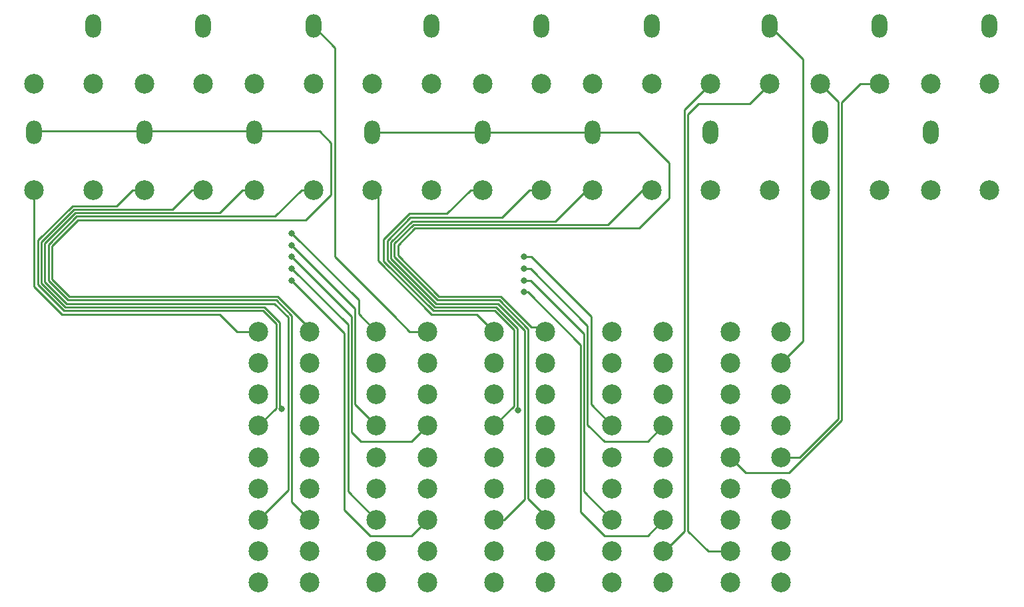
<source format=gbr>
%TF.GenerationSoftware,KiCad,Pcbnew,(6.0.7-1)-1*%
%TF.CreationDate,2023-02-08T12:42:39-08:00*%
%TF.ProjectId,RCASwitcher,52434153-7769-4746-9368-65722e6b6963,rev?*%
%TF.SameCoordinates,Original*%
%TF.FileFunction,Copper,L2,Bot*%
%TF.FilePolarity,Positive*%
%FSLAX46Y46*%
G04 Gerber Fmt 4.6, Leading zero omitted, Abs format (unit mm)*
G04 Created by KiCad (PCBNEW (6.0.7-1)-1) date 2023-02-08 12:42:39*
%MOMM*%
%LPD*%
G01*
G04 APERTURE LIST*
%TA.AperFunction,ComponentPad*%
%ADD10C,2.500000*%
%TD*%
%TA.AperFunction,ComponentPad*%
%ADD11O,2.000000X3.000000*%
%TD*%
%TA.AperFunction,ViaPad*%
%ADD12C,0.800000*%
%TD*%
%TA.AperFunction,Conductor*%
%ADD13C,0.250000*%
%TD*%
G04 APERTURE END LIST*
D10*
%TO.P,SW3,1,A*%
%TO.N,unconnected-(SW3-Pad1)*%
X93750000Y-138000000D03*
%TO.P,SW3,2,OA*%
%TO.N,/Y_out*%
X93750000Y-134000000D03*
%TO.P,SW3,3,C*%
%TO.N,/Y_3*%
X93750000Y-130000000D03*
%TO.P,SW3,4,A*%
%TO.N,unconnected-(SW3-Pad4)*%
X93750000Y-126000000D03*
%TO.P,SW3,5,B*%
%TO.N,/Pb_out*%
X93750000Y-122000000D03*
%TO.P,SW3,6,C*%
%TO.N,/Pb_3*%
X93750000Y-118000000D03*
%TO.P,SW3,7,A*%
%TO.N,unconnected-(SW3-Pad7)*%
X93750000Y-114000000D03*
%TO.P,SW3,8,B*%
%TO.N,/Pr_out*%
X93750000Y-110000000D03*
%TO.P,SW3,9,C*%
%TO.N,/Pr_3*%
X93750000Y-106000000D03*
%TO.P,SW3,10,A*%
%TO.N,unconnected-(SW3-Pad10)*%
X100250000Y-138000000D03*
%TO.P,SW3,11,C*%
%TO.N,/L_out*%
X100250000Y-134000000D03*
%TO.P,SW3,12,C*%
%TO.N,/L_3*%
X100250000Y-130000000D03*
%TO.P,SW3,13,A*%
%TO.N,unconnected-(SW3-Pad13)*%
X100250000Y-126000000D03*
%TO.P,SW3,14,B*%
%TO.N,/R_out*%
X100250000Y-122000000D03*
%TO.P,SW3,15,C*%
%TO.N,/R_3*%
X100250000Y-118000000D03*
%TO.P,SW3,16,A*%
%TO.N,unconnected-(SW3-Pad16)*%
X100250000Y-114000000D03*
%TO.P,SW3,17,B*%
%TO.N,/GND_out*%
X100250000Y-110000000D03*
%TO.P,SW3,18,C*%
%TO.N,/GND_3*%
X100250000Y-106000000D03*
%TD*%
%TO.P,SW2,1,A*%
%TO.N,unconnected-(SW2-Pad1)*%
X78750000Y-138000000D03*
%TO.P,SW2,2,OA*%
%TO.N,/Y_out*%
X78750000Y-134000000D03*
%TO.P,SW2,3,C*%
%TO.N,/Y_2*%
X78750000Y-130000000D03*
%TO.P,SW2,4,A*%
%TO.N,unconnected-(SW2-Pad4)*%
X78750000Y-126000000D03*
%TO.P,SW2,5,B*%
%TO.N,/Pb_out*%
X78750000Y-122000000D03*
%TO.P,SW2,6,C*%
%TO.N,/Pb_2*%
X78750000Y-118000000D03*
%TO.P,SW2,7,A*%
%TO.N,unconnected-(SW2-Pad7)*%
X78750000Y-114000000D03*
%TO.P,SW2,8,B*%
%TO.N,/Pr_out*%
X78750000Y-110000000D03*
%TO.P,SW2,9,C*%
%TO.N,/Pr_2*%
X78750000Y-106000000D03*
%TO.P,SW2,10,A*%
%TO.N,unconnected-(SW2-Pad10)*%
X85250000Y-138000000D03*
%TO.P,SW2,11,C*%
%TO.N,/L_out*%
X85250000Y-134000000D03*
%TO.P,SW2,12,C*%
%TO.N,/L_2*%
X85250000Y-130000000D03*
%TO.P,SW2,13,A*%
%TO.N,unconnected-(SW2-Pad13)*%
X85250000Y-126000000D03*
%TO.P,SW2,14,B*%
%TO.N,/R_out*%
X85250000Y-122000000D03*
%TO.P,SW2,15,C*%
%TO.N,/R_2*%
X85250000Y-118000000D03*
%TO.P,SW2,16,A*%
%TO.N,unconnected-(SW2-Pad16)*%
X85250000Y-114000000D03*
%TO.P,SW2,17,B*%
%TO.N,/GND_out*%
X85250000Y-110000000D03*
%TO.P,SW2,18,C*%
%TO.N,/GND_2*%
X85250000Y-106000000D03*
%TD*%
%TO.P,J4,1,Y*%
%TO.N,/Y_4*%
X85750000Y-74500000D03*
%TO.P,J4,2,Pb*%
%TO.N,/Pb_4*%
X99750000Y-74500000D03*
%TO.P,J4,3,Pr*%
%TO.N,/Pr_4*%
X113750000Y-74500000D03*
%TO.P,J4,4,L*%
%TO.N,/L_4*%
X78250000Y-74500000D03*
%TO.P,J4,5,R*%
%TO.N,/R_4*%
X92250000Y-74500000D03*
%TO.P,J4,6,C*%
%TO.N,unconnected-(J4-Pad6)*%
X106250000Y-74500000D03*
D11*
%TO.P,J4,7,GND*%
%TO.N,/GND_4*%
X113750000Y-67100000D03*
%TO.P,J4,8,GND*%
X99750000Y-67100000D03*
%TO.P,J4,9,GND*%
X85750000Y-67100000D03*
%TD*%
D10*
%TO.P,SW4,1,A*%
%TO.N,unconnected-(SW4-Pad1)*%
X108750000Y-138000000D03*
%TO.P,SW4,2,OA*%
%TO.N,/Y_out*%
X108750000Y-134000000D03*
%TO.P,SW4,3,C*%
%TO.N,/Y_4*%
X108750000Y-130000000D03*
%TO.P,SW4,4,A*%
%TO.N,unconnected-(SW4-Pad4)*%
X108750000Y-126000000D03*
%TO.P,SW4,5,B*%
%TO.N,/Pb_out*%
X108750000Y-122000000D03*
%TO.P,SW4,6,C*%
%TO.N,/Pb_4*%
X108750000Y-118000000D03*
%TO.P,SW4,7,A*%
%TO.N,unconnected-(SW4-Pad7)*%
X108750000Y-114000000D03*
%TO.P,SW4,8,B*%
%TO.N,/Pr_out*%
X108750000Y-110000000D03*
%TO.P,SW4,9,C*%
%TO.N,/Pr_4*%
X108750000Y-106000000D03*
%TO.P,SW4,10,A*%
%TO.N,unconnected-(SW4-Pad10)*%
X115250000Y-138000000D03*
%TO.P,SW4,11,C*%
%TO.N,/L_out*%
X115250000Y-134000000D03*
%TO.P,SW4,12,C*%
%TO.N,/L_4*%
X115250000Y-130000000D03*
%TO.P,SW4,13,A*%
%TO.N,unconnected-(SW4-Pad13)*%
X115250000Y-126000000D03*
%TO.P,SW4,14,B*%
%TO.N,/R_out*%
X115250000Y-122000000D03*
%TO.P,SW4,15,C*%
%TO.N,/R_4*%
X115250000Y-118000000D03*
%TO.P,SW4,16,A*%
%TO.N,unconnected-(SW4-Pad16)*%
X115250000Y-114000000D03*
%TO.P,SW4,17,B*%
%TO.N,/GND_out*%
X115250000Y-110000000D03*
%TO.P,SW4,18,C*%
%TO.N,/GND_4*%
X115250000Y-106000000D03*
%TD*%
%TO.P,SW5,1,A*%
%TO.N,unconnected-(SW5-Pad1)*%
X123750000Y-138000000D03*
%TO.P,SW5,2,OA*%
%TO.N,/Y_out*%
X123750000Y-134000000D03*
%TO.P,SW5,3,C*%
%TO.N,/Y_5*%
X123750000Y-130000000D03*
%TO.P,SW5,4,A*%
%TO.N,unconnected-(SW5-Pad4)*%
X123750000Y-126000000D03*
%TO.P,SW5,5,B*%
%TO.N,/Pb_out*%
X123750000Y-122000000D03*
%TO.P,SW5,6,C*%
%TO.N,/Pb_5*%
X123750000Y-118000000D03*
%TO.P,SW5,7,A*%
%TO.N,unconnected-(SW5-Pad7)*%
X123750000Y-114000000D03*
%TO.P,SW5,8,B*%
%TO.N,/Pr_out*%
X123750000Y-110000000D03*
%TO.P,SW5,9,C*%
%TO.N,/Pr_5*%
X123750000Y-106000000D03*
%TO.P,SW5,10,A*%
%TO.N,unconnected-(SW5-Pad10)*%
X130250000Y-138000000D03*
%TO.P,SW5,11,C*%
%TO.N,/L_out*%
X130250000Y-134000000D03*
%TO.P,SW5,12,C*%
%TO.N,/L_5*%
X130250000Y-130000000D03*
%TO.P,SW5,13,A*%
%TO.N,unconnected-(SW5-Pad13)*%
X130250000Y-126000000D03*
%TO.P,SW5,14,B*%
%TO.N,/R_out*%
X130250000Y-122000000D03*
%TO.P,SW5,15,C*%
%TO.N,/R_5*%
X130250000Y-118000000D03*
%TO.P,SW5,16,A*%
%TO.N,unconnected-(SW5-Pad16)*%
X130250000Y-114000000D03*
%TO.P,SW5,17,B*%
%TO.N,/GND_out*%
X130250000Y-110000000D03*
%TO.P,SW5,18,C*%
%TO.N,/GND_5*%
X130250000Y-106000000D03*
%TD*%
%TO.P,J6,1,Y*%
%TO.N,/Y_out*%
X128750000Y-74500000D03*
%TO.P,J6,2,Pb*%
%TO.N,/Pb_out*%
X142750000Y-74500000D03*
%TO.P,J6,3,Pr*%
%TO.N,/Pr_out*%
X156750000Y-74500000D03*
%TO.P,J6,4,L*%
%TO.N,/L_out*%
X121250000Y-74500000D03*
%TO.P,J6,5,R*%
%TO.N,/R_out*%
X135250000Y-74500000D03*
%TO.P,J6,6,C*%
%TO.N,unconnected-(J6-Pad6)*%
X149250000Y-74500000D03*
D11*
%TO.P,J6,7,GND*%
%TO.N,/GND_out*%
X156750000Y-67100000D03*
%TO.P,J6,8,GND*%
X142750000Y-67100000D03*
%TO.P,J6,9,GND*%
X128750000Y-67100000D03*
%TD*%
D10*
%TO.P,SW1,1,A*%
%TO.N,unconnected-(SW1-Pad1)*%
X63750000Y-138000000D03*
%TO.P,SW1,2,OA*%
%TO.N,/Y_out*%
X63750000Y-134000000D03*
%TO.P,SW1,3,C*%
%TO.N,/Y_1*%
X63750000Y-130000000D03*
%TO.P,SW1,4,A*%
%TO.N,unconnected-(SW1-Pad4)*%
X63750000Y-126000000D03*
%TO.P,SW1,5,B*%
%TO.N,/Pb_out*%
X63750000Y-122000000D03*
%TO.P,SW1,6,C*%
%TO.N,/Pb_1*%
X63750000Y-118000000D03*
%TO.P,SW1,7,A*%
%TO.N,unconnected-(SW1-Pad7)*%
X63750000Y-114000000D03*
%TO.P,SW1,8,B*%
%TO.N,/Pr_out*%
X63750000Y-110000000D03*
%TO.P,SW1,9,C*%
%TO.N,/Pr_1*%
X63750000Y-106000000D03*
%TO.P,SW1,10,A*%
%TO.N,unconnected-(SW1-Pad10)*%
X70250000Y-138000000D03*
%TO.P,SW1,11,C*%
%TO.N,/L_out*%
X70250000Y-134000000D03*
%TO.P,SW1,12,C*%
%TO.N,/L_1*%
X70250000Y-130000000D03*
%TO.P,SW1,13,A*%
%TO.N,unconnected-(SW1-Pad13)*%
X70250000Y-126000000D03*
%TO.P,SW1,14,B*%
%TO.N,/R_out*%
X70250000Y-122000000D03*
%TO.P,SW1,15,C*%
%TO.N,/R_1*%
X70250000Y-118000000D03*
%TO.P,SW1,16,A*%
%TO.N,unconnected-(SW1-Pad16)*%
X70250000Y-114000000D03*
%TO.P,SW1,17,B*%
%TO.N,/GND_out*%
X70250000Y-110000000D03*
%TO.P,SW1,18,C*%
%TO.N,/GND_1*%
X70250000Y-106000000D03*
%TD*%
%TO.P,J2,1,Y*%
%TO.N,/Y_2*%
X42750000Y-74500000D03*
%TO.P,J2,2,Pb*%
%TO.N,/Pb_2*%
X56750000Y-74500000D03*
%TO.P,J2,3,Pr*%
%TO.N,/Pr_2*%
X70750000Y-74500000D03*
%TO.P,J2,4,L*%
%TO.N,/L_2*%
X35250000Y-74500000D03*
%TO.P,J2,5,R*%
%TO.N,/R_2*%
X49250000Y-74500000D03*
%TO.P,J2,6,C*%
%TO.N,unconnected-(J2-Pad6)*%
X63250000Y-74500000D03*
D11*
%TO.P,J2,7,GND*%
%TO.N,/GND_2*%
X70750000Y-67100000D03*
%TO.P,J2,8,GND*%
X56750000Y-67100000D03*
%TO.P,J2,9,GND*%
X42750000Y-67100000D03*
%TD*%
D10*
%TO.P,J3,1,Y*%
%TO.N,/Y_3*%
X106250000Y-88000000D03*
%TO.P,J3,2,Pb*%
%TO.N,/Pb_3*%
X92250000Y-88000000D03*
%TO.P,J3,3,Pr*%
%TO.N,/Pr_3*%
X78250000Y-88000000D03*
%TO.P,J3,4,L*%
%TO.N,/L_3*%
X113750000Y-88000000D03*
%TO.P,J3,5,R*%
%TO.N,/R_3*%
X99750000Y-88000000D03*
%TO.P,J3,6,C*%
%TO.N,unconnected-(J3-Pad6)*%
X85750000Y-88000000D03*
D11*
%TO.P,J3,7,GND*%
%TO.N,/GND_3*%
X78250000Y-80600000D03*
%TO.P,J3,8,GND*%
X92250000Y-80600000D03*
%TO.P,J3,9,GND*%
X106250000Y-80600000D03*
%TD*%
D10*
%TO.P,J5,1,Y*%
%TO.N,/Y_5*%
X149250000Y-88000000D03*
%TO.P,J5,2,Pb*%
%TO.N,/Pb_5*%
X135250000Y-88000000D03*
%TO.P,J5,3,Pr*%
%TO.N,/Pr_5*%
X121250000Y-88000000D03*
%TO.P,J5,4,L*%
%TO.N,/L_5*%
X156750000Y-88000000D03*
%TO.P,J5,5,R*%
%TO.N,/R_5*%
X142750000Y-88000000D03*
%TO.P,J5,6,C*%
%TO.N,unconnected-(J5-Pad6)*%
X128750000Y-88000000D03*
D11*
%TO.P,J5,7,GND*%
%TO.N,/GND_5*%
X121250000Y-80600000D03*
%TO.P,J5,8,GND*%
X135250000Y-80600000D03*
%TO.P,J5,9,GND*%
X149250000Y-80600000D03*
%TD*%
%TO.P,J1,9,GND*%
%TO.N,/GND_1*%
X63250000Y-80600000D03*
%TO.P,J1,8,GND*%
X49250000Y-80600000D03*
%TO.P,J1,7,GND*%
X35250000Y-80600000D03*
D10*
%TO.P,J1,6,C*%
%TO.N,unconnected-(J1-Pad6)*%
X42750000Y-88000000D03*
%TO.P,J1,5,R*%
%TO.N,/R_1*%
X56750000Y-88000000D03*
%TO.P,J1,4,L*%
%TO.N,/L_1*%
X70750000Y-88000000D03*
%TO.P,J1,3,Pr*%
%TO.N,/Pr_1*%
X35250000Y-88000000D03*
%TO.P,J1,2,Pb*%
%TO.N,/Pb_1*%
X49250000Y-88000000D03*
%TO.P,J1,1,Y*%
%TO.N,/Y_1*%
X63250000Y-88000000D03*
%TD*%
D12*
%TO.N,/R_1*%
X66720670Y-115824401D03*
%TO.N,/Y_2*%
X68000000Y-98000000D03*
%TO.N,/Pb_2*%
X68000000Y-95000000D03*
%TO.N,/Pr_2*%
X68000000Y-93500000D03*
%TO.N,/L_2*%
X68000000Y-99500000D03*
%TO.N,/R_2*%
X68000000Y-96500000D03*
%TO.N,/R_3*%
X96762299Y-116012299D03*
%TO.N,/Y_4*%
X97500000Y-99500000D03*
%TO.N,/Pb_4*%
X97500000Y-96500000D03*
%TO.N,/L_4*%
X97500000Y-101000000D03*
%TO.N,/R_4*%
X97500000Y-98000000D03*
%TD*%
D13*
%TO.N,/GND_1*%
X71500000Y-80500000D02*
X73000000Y-82000000D01*
X35250000Y-80600000D02*
X35350000Y-80500000D01*
X73000000Y-82000000D02*
X73000000Y-88600000D01*
X69800000Y-91800000D02*
X40836396Y-91800000D01*
X73000000Y-88600000D02*
X69800000Y-91800000D01*
X40836396Y-91800000D02*
X37500000Y-95136396D01*
X37500000Y-95136396D02*
X37500000Y-99318020D01*
X37500000Y-99318020D02*
X39731980Y-101550000D01*
X39731980Y-101550000D02*
X66186396Y-101550000D01*
X35350000Y-80500000D02*
X71500000Y-80500000D01*
X66186396Y-101550000D02*
X70250000Y-105613604D01*
X70250000Y-105613604D02*
X70250000Y-106000000D01*
%TO.N,/GND_3*%
X112100000Y-80600000D02*
X116000000Y-84500000D01*
X98500000Y-105477208D02*
X99727208Y-105477208D01*
X112150000Y-92850000D02*
X83650000Y-92850000D01*
X83650000Y-92850000D02*
X81500000Y-95000000D01*
X116000000Y-89000000D02*
X112150000Y-92850000D01*
X81500000Y-95000000D02*
X81500000Y-96318020D01*
X81500000Y-96318020D02*
X86731980Y-101550000D01*
X86731980Y-101550000D02*
X94572792Y-101550000D01*
X94572792Y-101550000D02*
X98500000Y-105477208D01*
X116000000Y-84500000D02*
X116000000Y-89000000D01*
X106250000Y-80600000D02*
X112100000Y-80600000D01*
X99727208Y-105477208D02*
X100250000Y-106000000D01*
X78250000Y-80600000D02*
X106250000Y-80600000D01*
%TO.N,/Y_3*%
X93750000Y-130000000D02*
X95000000Y-130000000D01*
X95000000Y-130000000D02*
X97600000Y-127400000D01*
X97600000Y-127400000D02*
X97600000Y-105850000D01*
X97600000Y-105850000D02*
X94200000Y-102450000D01*
X94200000Y-102450000D02*
X86359188Y-102450000D01*
X86359188Y-102450000D02*
X80600000Y-96690812D01*
X80600000Y-96690812D02*
X80600000Y-94627208D01*
X80600000Y-94627208D02*
X83277208Y-91950000D01*
X83277208Y-91950000D02*
X101550000Y-91950000D01*
%TO.N,/Pb_3*%
X92250000Y-88000000D02*
X90750000Y-88000000D01*
X90750000Y-88000000D02*
X87750000Y-91000000D01*
%TO.N,/Y_3*%
X101550000Y-91950000D02*
X105500000Y-88000000D01*
X105500000Y-88000000D02*
X106250000Y-88000000D01*
%TO.N,/Pb_3*%
X87750000Y-91000000D02*
X82954416Y-91000000D01*
X82954416Y-91000000D02*
X79700000Y-94254416D01*
X79700000Y-94254416D02*
X79700000Y-97063604D01*
X79700000Y-97063604D02*
X85986396Y-103350000D01*
X85986396Y-103350000D02*
X93827886Y-103350000D01*
X93827886Y-103350000D02*
X96250000Y-105772114D01*
X96250000Y-105772114D02*
X96250000Y-115500000D01*
X96250000Y-115500000D02*
X93750000Y-118000000D01*
%TO.N,/Pr_3*%
X78250000Y-88000000D02*
X79000000Y-88750000D01*
X79000000Y-88750000D02*
X79000000Y-97000000D01*
X79000000Y-97000000D02*
X85800000Y-103800000D01*
X85800000Y-103800000D02*
X91550000Y-103800000D01*
X91550000Y-103800000D02*
X93750000Y-106000000D01*
%TO.N,/L_3*%
X100250000Y-130000000D02*
X100250000Y-129500000D01*
X100250000Y-129500000D02*
X98050000Y-127300000D01*
X98050000Y-127300000D02*
X98050000Y-105663604D01*
X98050000Y-105663604D02*
X94386396Y-102000000D01*
X94386396Y-102000000D02*
X86545584Y-102000000D01*
X86545584Y-102000000D02*
X81050000Y-96504416D01*
X81050000Y-96504416D02*
X81050000Y-94813604D01*
X81050000Y-94813604D02*
X83463604Y-92400000D01*
X83463604Y-92400000D02*
X108225000Y-92400000D01*
X108225000Y-92400000D02*
X112625000Y-88000000D01*
X112625000Y-88000000D02*
X113750000Y-88000000D01*
%TO.N,/R_3*%
X96762299Y-116012299D02*
X96699520Y-115949520D01*
X96699520Y-115949520D02*
X96699520Y-105585917D01*
X96699520Y-105585917D02*
X94013604Y-102900000D01*
X94013604Y-102900000D02*
X86172792Y-102900000D01*
X86172792Y-102900000D02*
X80150000Y-96877208D01*
X80150000Y-96877208D02*
X80150000Y-94440812D01*
X80150000Y-94440812D02*
X83090812Y-91500000D01*
X83090812Y-91500000D02*
X94750000Y-91500000D01*
X94750000Y-91500000D02*
X98250000Y-88000000D01*
X98250000Y-88000000D02*
X99750000Y-88000000D01*
%TO.N,/R_1*%
X66720670Y-115824401D02*
X66450000Y-115553731D01*
X66450000Y-104813604D02*
X64536396Y-102900000D01*
X66450000Y-115553731D02*
X66450000Y-104813604D01*
X64536396Y-102900000D02*
X39172792Y-102900000D01*
X39172792Y-102900000D02*
X36150000Y-99877208D01*
X36150000Y-99877208D02*
X36150000Y-94577208D01*
X36150000Y-94577208D02*
X40277208Y-90450000D01*
X40277208Y-90450000D02*
X52800000Y-90450000D01*
X52800000Y-90450000D02*
X55250000Y-88000000D01*
%TO.N,/L_1*%
X70750000Y-88000000D02*
X69250000Y-88000000D01*
%TO.N,/R_1*%
X55250000Y-88000000D02*
X56750000Y-88000000D01*
%TO.N,/L_1*%
X69250000Y-88000000D02*
X65900000Y-91350000D01*
X65900000Y-91350000D02*
X40650000Y-91350000D01*
X40650000Y-91350000D02*
X37050000Y-94950000D01*
X37050000Y-94950000D02*
X37050000Y-99504416D01*
X37050000Y-99504416D02*
X39545584Y-102000000D01*
X39545584Y-102000000D02*
X66000000Y-102000000D01*
X66000000Y-102000000D02*
X68000000Y-104000000D01*
X68000000Y-104000000D02*
X68000000Y-127750000D01*
X68000000Y-127750000D02*
X70250000Y-130000000D01*
%TO.N,/Pr_1*%
X35250000Y-88000000D02*
X35250000Y-100250000D01*
X35250000Y-100250000D02*
X38800000Y-103800000D01*
X38800000Y-103800000D02*
X58800000Y-103800000D01*
X61000000Y-106000000D02*
X63750000Y-106000000D01*
X58800000Y-103800000D02*
X61000000Y-106000000D01*
%TO.N,/Pb_1*%
X49250000Y-88000000D02*
X47750000Y-88000000D01*
X47750000Y-88000000D02*
X45750000Y-90000000D01*
X45750000Y-90000000D02*
X40090812Y-90000000D01*
X40090812Y-90000000D02*
X35700000Y-94390812D01*
X35700000Y-94390812D02*
X35700000Y-100063604D01*
X35700000Y-100063604D02*
X38986396Y-103350000D01*
X38986396Y-103350000D02*
X64350000Y-103350000D01*
X64350000Y-103350000D02*
X66000000Y-105000000D01*
X66000000Y-105000000D02*
X66000000Y-115750000D01*
X66000000Y-115750000D02*
X63750000Y-118000000D01*
%TO.N,/Y_1*%
X63250000Y-88000000D02*
X61750000Y-88000000D01*
X61750000Y-88000000D02*
X58850000Y-90900000D01*
X58850000Y-90900000D02*
X40463604Y-90900000D01*
X40463604Y-90900000D02*
X36600000Y-94763604D01*
X36600000Y-94763604D02*
X36600000Y-99690812D01*
X36600000Y-99690812D02*
X39359188Y-102450000D01*
X39359188Y-102450000D02*
X65813604Y-102450000D01*
X65813604Y-102450000D02*
X67550000Y-104186396D01*
X67550000Y-104186396D02*
X67550000Y-126200000D01*
X67550000Y-126200000D02*
X63750000Y-130000000D01*
%TO.N,/Y_2*%
X75150000Y-105150000D02*
X75150000Y-126400000D01*
X68000000Y-98000000D02*
X75150000Y-105150000D01*
X75150000Y-126400000D02*
X78750000Y-130000000D01*
%TO.N,/Pb_2*%
X78750000Y-118000000D02*
X76050000Y-115300000D01*
X76050000Y-115300000D02*
X76050000Y-114450000D01*
X68000000Y-95000000D02*
X76050000Y-103050000D01*
X76050000Y-103050000D02*
X76050000Y-114450000D01*
%TO.N,/Pr_2*%
X76500000Y-103750000D02*
X78750000Y-106000000D01*
X76500000Y-102000000D02*
X76500000Y-103750000D01*
X68000000Y-93500000D02*
X76500000Y-102000000D01*
%TO.N,/L_2*%
X74700000Y-106200000D02*
X74700000Y-128700000D01*
X78000000Y-132000000D02*
X83250000Y-132000000D01*
X83250000Y-132000000D02*
X85250000Y-130000000D01*
X74700000Y-128700000D02*
X78000000Y-132000000D01*
X68000000Y-99500000D02*
X74700000Y-106200000D01*
%TO.N,/R_2*%
X75600000Y-118850000D02*
X76750000Y-120000000D01*
X68000000Y-96500000D02*
X75600000Y-104100000D01*
X75600000Y-104100000D02*
X75600000Y-118850000D01*
X83250000Y-120000000D02*
X85250000Y-118000000D01*
X76750000Y-120000000D02*
X83250000Y-120000000D01*
%TO.N,/GND_2*%
X70750000Y-67100000D02*
X73500000Y-69850000D01*
X81000000Y-104000000D02*
X83000000Y-106000000D01*
X83000000Y-106000000D02*
X85250000Y-106000000D01*
X73500000Y-69850000D02*
X73500000Y-96500000D01*
X73500000Y-96500000D02*
X81000000Y-104000000D01*
%TO.N,/Y_4*%
X97500000Y-99500000D02*
X98364282Y-99500000D01*
X108750000Y-130000000D02*
X105151440Y-126401440D01*
X105151440Y-106287158D02*
X105151440Y-126348560D01*
X98364282Y-99500000D02*
X105151440Y-106287158D01*
X105151440Y-126401440D02*
X105151440Y-126348560D01*
%TO.N,/Pb_4*%
X97500000Y-96500000D02*
X98500000Y-96500000D01*
X106050480Y-114800480D02*
X106050480Y-115300480D01*
X98500000Y-96500000D02*
X106050480Y-104050480D01*
X106050480Y-104050480D02*
X106050480Y-114800480D01*
X106050480Y-115300480D02*
X108750000Y-118000000D01*
%TO.N,/L_4*%
X104701920Y-128951920D02*
X104701920Y-127951920D01*
X104701920Y-107701920D02*
X104701920Y-127951920D01*
X97500000Y-101000000D02*
X98000000Y-101000000D01*
X115250000Y-130000000D02*
X113250000Y-132000000D01*
X113250000Y-132000000D02*
X107750000Y-132000000D01*
X107750000Y-132000000D02*
X104701920Y-128951920D01*
X98000000Y-101000000D02*
X104701920Y-107701920D01*
%TO.N,/R_4*%
X97500000Y-98000000D02*
X98364282Y-98000000D01*
X105600960Y-105236678D02*
X105600960Y-117850960D01*
X107750000Y-120000000D02*
X113250000Y-120000000D01*
X105600960Y-117850960D02*
X107750000Y-120000000D01*
X98364282Y-98000000D02*
X105600960Y-105236678D01*
X113250000Y-120000000D02*
X115250000Y-118000000D01*
%TO.N,/Y_out*%
X119750000Y-77000000D02*
X118399040Y-78350960D01*
X126250000Y-77000000D02*
X119750000Y-77000000D01*
X118399040Y-78350960D02*
X118399040Y-131399040D01*
X118399040Y-131399040D02*
X121000000Y-134000000D01*
X128750000Y-74500000D02*
X126250000Y-77000000D01*
X121000000Y-134000000D02*
X123750000Y-134000000D01*
%TO.N,/Pb_out*%
X123750000Y-122000000D02*
X125750000Y-124000000D01*
X137949520Y-76800480D02*
X140250000Y-74500000D01*
X140250000Y-74500000D02*
X142750000Y-74500000D01*
X131250000Y-124000000D02*
X137949520Y-117300480D01*
X125750000Y-124000000D02*
X131250000Y-124000000D01*
X137949520Y-117300480D02*
X137949520Y-76800480D01*
%TO.N,/L_out*%
X117949520Y-77800480D02*
X121250000Y-74500000D01*
X117949520Y-131425480D02*
X117949520Y-77800480D01*
X115250000Y-134000000D02*
X115375000Y-134000000D01*
X115375000Y-134000000D02*
X117949520Y-131425480D01*
%TO.N,/R_out*%
X137500000Y-117114282D02*
X132614282Y-122000000D01*
X135250000Y-74500000D02*
X137500000Y-76750000D01*
X137500000Y-76750000D02*
X137500000Y-117114282D01*
X132614282Y-122000000D02*
X130250000Y-122000000D01*
%TO.N,/GND_out*%
X133000000Y-71350000D02*
X133000000Y-107250000D01*
X128750000Y-67100000D02*
X133000000Y-71350000D01*
X133000000Y-107250000D02*
X130250000Y-110000000D01*
%TD*%
M02*

</source>
